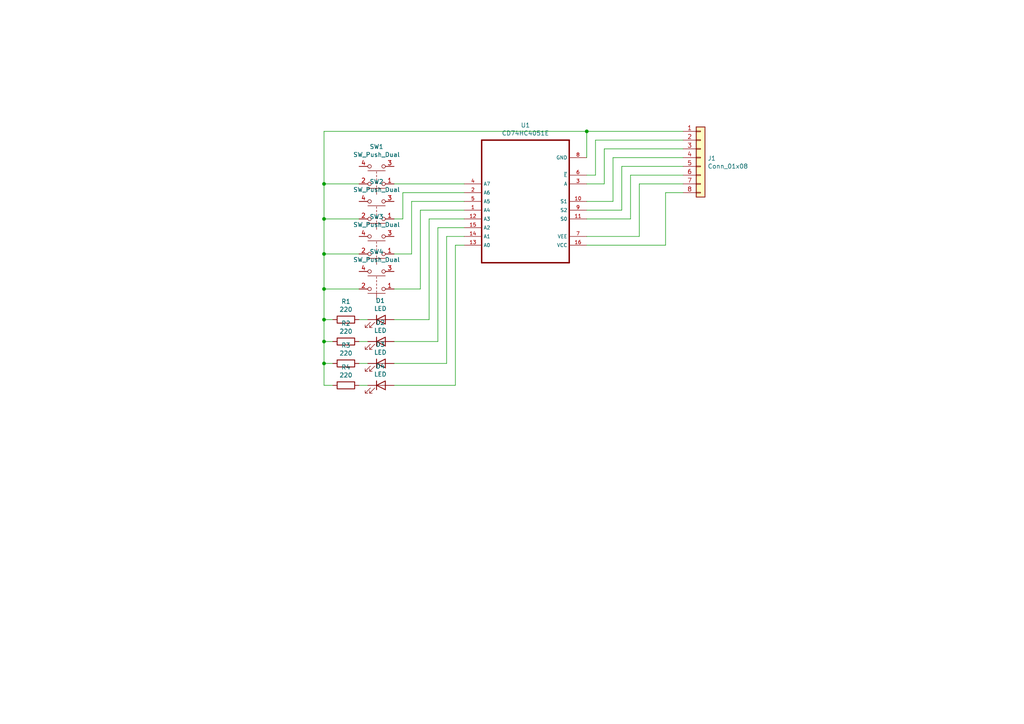
<source format=kicad_sch>
(kicad_sch (version 20200618) (host eeschema "(5.99.0-2196-g3d0e5736b)")
  (page 1 1)
  (paper "A4")
  (lib_symbols
    (symbol "Connector_Generic:Conn_01x08" (pin_names hide)
      (property "Reference" "J" (at 0 10.16 0))
      (property "Value" "Conn_01x08" (at 0 -12.7 0))
      (symbol "Conn_01x08_1_1"
        (rectangle (start -1.27 -4.953) (end 0 -5.207) (stroke (width 0.1524)))
        (rectangle (start -1.27 -7.493) (end 0 -7.747) (stroke (width 0.1524)))
        (rectangle (start -1.27 -10.033) (end 0 -10.287) (stroke (width 0.1524)))
        (rectangle (start -1.27 -2.413) (end 0 -2.667) (stroke (width 0.1524)))
        (rectangle (start -1.27 2.667) (end 0 2.413) (stroke (width 0.1524)))
        (rectangle (start -1.27 5.207) (end 0 4.953) (stroke (width 0.1524)))
        (rectangle (start -1.27 7.747) (end 0 7.493) (stroke (width 0.1524)))
        (rectangle (start -1.27 8.89) (end 1.27 -11.43) (stroke (width 0.254)) (fill (type background)))
        (rectangle (start -1.27 0.127) (end 0 -0.127) (stroke (width 0.1524)))
        (pin passive line (at -5.08 7.62 0) (length 3.81) (name "Pin_1") (number "1"))
        (pin passive line (at -5.08 5.08 0) (length 3.81) (name "Pin_2") (number "2"))
        (pin passive line (at -5.08 2.54 0) (length 3.81) (name "Pin_3") (number "3"))
        (pin passive line (at -5.08 0 0) (length 3.81) (name "Pin_4") (number "4"))
        (pin passive line (at -5.08 -2.54 0) (length 3.81) (name "Pin_5") (number "5"))
        (pin passive line (at -5.08 -5.08 0) (length 3.81) (name "Pin_6") (number "6"))
        (pin passive line (at -5.08 -7.62 0) (length 3.81) (name "Pin_7") (number "7"))
        (pin passive line (at -5.08 -10.16 0) (length 3.81) (name "Pin_8") (number "8"))
      )
    )
    (symbol "Device:LED" (pin_numbers hide) (pin_names hide)
      (property "Reference" "D" (at 0 2.54 0))
      (property "Value" "LED" (at 0 -2.54 0))
      (symbol "LED_0_1"
        (polyline (pts (xy -1.27 -1.27) (xy -1.27 1.27)) (stroke (width 0.254)))
        (polyline (pts (xy -1.27 0) (xy 1.27 0)))
        (polyline (pts (xy 1.27 -1.27) (xy 1.27 1.27) (xy -1.27 0) (xy 1.27 -1.27)) (stroke (width 0.254)))
        (polyline (pts (xy -3.048 -0.762) (xy -4.572 -2.286) (xy -3.81 -2.286) (xy -4.572 -2.286) (xy -4.572 -1.524)))
        (polyline (pts (xy -1.778 -0.762) (xy -3.302 -2.286) (xy -2.54 -2.286) (xy -3.302 -2.286) (xy -3.302 -1.524)))
      )
      (symbol "LED_1_1"
        (pin passive line (at -3.81 0 0) (length 2.54) (name "K") (number "1"))
        (pin passive line (at 3.81 0 180) (length 2.54) (name "A") (number "2"))
      )
    )
    (symbol "Device:R" (pin_numbers hide) (pin_names (offset 0))
      (property "Reference" "R" (at 2.032 0 90))
      (property "Value" "R" (at 0 0 90))
      (symbol "R_0_1"
        (rectangle (start -1.016 -2.54) (end 1.016 2.54) (stroke (width 0.254)))
      )
      (symbol "R_1_1"
        (pin passive line (at 0 3.81 270) (length 1.27) (name "~") (number "1"))
        (pin passive line (at 0 -3.81 90) (length 1.27) (name "~") (number "2"))
      )
    )
    (symbol "Switch:SW_Push_Dual" (pin_names hide)
      (property "Reference" "SW" (at 1.27 2.54 0))
      (property "Value" "SW_Push_Dual" (at 0 -6.858 0))
      (symbol "SW_Push_Dual_0_1"
        (circle (center -2.032 -5.08) (radius 0.508))
        (circle (center -2.032 0) (radius 0.508))
        (circle (center 2.032 -5.08) (radius 0.508))
        (circle (center 2.032 0) (radius 0.508))
        (polyline (pts (xy 0 -3.048) (xy 0 -3.556)))
        (polyline (pts (xy 0 -2.032) (xy 0 -2.54)))
        (polyline (pts (xy 0 -1.524) (xy 0 -1.016)))
        (polyline (pts (xy 0 -0.508) (xy 0 0)))
        (polyline (pts (xy 0 0.508) (xy 0 1.016)))
        (polyline (pts (xy 0 1.27) (xy 0 3.048)))
        (polyline (pts (xy 2.54 -3.81) (xy -2.54 -3.81)))
        (polyline (pts (xy 2.54 1.27) (xy -2.54 1.27)))
        (pin passive line (at -5.08 0 0) (length 2.54) (name "1") (number "1"))
        (pin passive line (at 5.08 0 180) (length 2.54) (name "2") (number "2"))
        (pin passive line (at -5.08 -5.08 0) (length 2.54) (name "3") (number "3"))
        (pin passive line (at 5.08 -5.08 180) (length 2.54) (name "4") (number "4"))
      )
    )
    (symbol "mux-control-rescue:CD74HC4051E-CD74HC4051E"
      (property "Reference" "U" (at -5.3594 16.9672 0))
      (property "Value" "CD74HC4051E-CD74HC4051E" (at -4.2164 -22.9108 0))
      (symbol "CD74HC4051E-CD74HC4051E_0_0"
        (polyline (pts (xy -12.7 -20.32) (xy 12.7 -20.32)) (stroke (width 0.4064)))
        (polyline (pts (xy -12.7 15.24) (xy -12.7 -20.32)) (stroke (width 0.4064)))
        (polyline (pts (xy 12.7 -20.32) (xy 12.7 15.24)) (stroke (width 0.4064)))
        (polyline (pts (xy 12.7 15.24) (xy -12.7 15.24)) (stroke (width 0.4064)))
        (pin bidirectional line (at 17.78 0 180) (length 5.08) (name "A4") (number "1"))
        (pin input line (at -17.78 -2.54 0) (length 5.08) (name "S1") (number "10"))
        (pin input line (at -17.78 2.54 0) (length 5.08) (name "S0") (number "11"))
        (pin bidirectional line (at 17.78 2.54 180) (length 5.08) (name "A3") (number "12"))
        (pin bidirectional line (at 17.78 10.16 180) (length 5.08) (name "A0") (number "13"))
        (pin bidirectional line (at 17.78 7.62 180) (length 5.08) (name "A1") (number "14"))
        (pin bidirectional line (at 17.78 5.08 180) (length 5.08) (name "A2") (number "15"))
        (pin power_in line (at -17.78 10.16 0) (length 5.08) (name "VCC") (number "16"))
        (pin bidirectional line (at 17.78 -5.08 180) (length 5.08) (name "A6") (number "2"))
        (pin bidirectional line (at -17.78 -7.62 0) (length 5.08) (name "A") (number "3"))
        (pin bidirectional line (at 17.78 -7.62 180) (length 5.08) (name "A7") (number "4"))
        (pin bidirectional line (at 17.78 -2.54 180) (length 5.08) (name "A5") (number "5"))
        (pin input line (at -17.78 -10.16 0) (length 5.08) (name "~E") (number "6"))
        (pin power_in line (at -17.78 7.62 0) (length 5.08) (name "VEE") (number "7"))
        (pin passive line (at -17.78 -15.24 0) (length 5.08) (name "GND") (number "8"))
        (pin input line (at -17.78 0 0) (length 5.08) (name "S2") (number "9"))
      )
    )
  )
  (junction (at 93.98 53.34))
  (junction (at 93.98 63.5))
  (junction (at 93.98 73.66))
  (junction (at 93.98 83.82))
  (junction (at 93.98 92.71))
  (junction (at 93.98 99.06))
  (junction (at 93.98 105.41))
  (junction (at 170.18 38.1))
  (wire (pts (xy 93.98 38.1) (xy 170.18 38.1)))
  (wire (pts (xy 93.98 53.34) (xy 93.98 38.1)))
  (wire (pts (xy 93.98 63.5) (xy 93.98 53.34)))
  (wire (pts (xy 93.98 73.66) (xy 93.98 63.5)))
  (wire (pts (xy 93.98 83.82) (xy 93.98 73.66)))
  (wire (pts (xy 93.98 92.71) (xy 93.98 83.82)))
  (wire (pts (xy 93.98 99.06) (xy 93.98 92.71)))
  (wire (pts (xy 93.98 105.41) (xy 93.98 99.06)))
  (wire (pts (xy 93.98 111.76) (xy 93.98 105.41)))
  (wire (pts (xy 96.52 92.71) (xy 93.98 92.71)))
  (wire (pts (xy 96.52 99.06) (xy 93.98 99.06)))
  (wire (pts (xy 96.52 105.41) (xy 93.98 105.41)))
  (wire (pts (xy 96.52 111.76) (xy 93.98 111.76)))
  (wire (pts (xy 104.14 53.34) (xy 93.98 53.34)))
  (wire (pts (xy 104.14 63.5) (xy 93.98 63.5)))
  (wire (pts (xy 104.14 73.66) (xy 93.98 73.66)))
  (wire (pts (xy 104.14 83.82) (xy 93.98 83.82)))
  (wire (pts (xy 106.68 92.71) (xy 104.14 92.71)))
  (wire (pts (xy 106.68 99.06) (xy 104.14 99.06)))
  (wire (pts (xy 106.68 105.41) (xy 104.14 105.41)))
  (wire (pts (xy 106.68 111.76) (xy 104.14 111.76)))
  (wire (pts (xy 114.3 53.34) (xy 134.62 53.34)))
  (wire (pts (xy 116.84 55.88) (xy 116.84 63.5)))
  (wire (pts (xy 116.84 55.88) (xy 134.62 55.88)))
  (wire (pts (xy 116.84 63.5) (xy 114.3 63.5)))
  (wire (pts (xy 119.38 58.42) (xy 119.38 73.66)))
  (wire (pts (xy 119.38 58.42) (xy 134.62 58.42)))
  (wire (pts (xy 119.38 73.66) (xy 114.3 73.66)))
  (wire (pts (xy 121.92 60.96) (xy 121.92 83.82)))
  (wire (pts (xy 121.92 60.96) (xy 134.62 60.96)))
  (wire (pts (xy 121.92 83.82) (xy 114.3 83.82)))
  (wire (pts (xy 124.46 63.5) (xy 124.46 92.71)))
  (wire (pts (xy 124.46 63.5) (xy 134.62 63.5)))
  (wire (pts (xy 124.46 92.71) (xy 114.3 92.71)))
  (wire (pts (xy 127 66.04) (xy 127 99.06)))
  (wire (pts (xy 127 66.04) (xy 134.62 66.04)))
  (wire (pts (xy 127 99.06) (xy 114.3 99.06)))
  (wire (pts (xy 129.54 68.58) (xy 129.54 105.41)))
  (wire (pts (xy 129.54 68.58) (xy 134.62 68.58)))
  (wire (pts (xy 129.54 105.41) (xy 114.3 105.41)))
  (wire (pts (xy 132.08 71.12) (xy 134.62 71.12)))
  (wire (pts (xy 132.08 111.76) (xy 114.3 111.76)))
  (wire (pts (xy 132.08 111.76) (xy 132.08 71.12)))
  (wire (pts (xy 170.18 38.1) (xy 198.12 38.1)))
  (wire (pts (xy 170.18 45.72) (xy 170.18 38.1)))
  (wire (pts (xy 172.72 40.64) (xy 172.72 50.8)))
  (wire (pts (xy 172.72 50.8) (xy 170.18 50.8)))
  (wire (pts (xy 175.26 43.18) (xy 175.26 53.34)))
  (wire (pts (xy 175.26 43.18) (xy 198.12 43.18)))
  (wire (pts (xy 175.26 53.34) (xy 170.18 53.34)))
  (wire (pts (xy 177.8 45.72) (xy 177.8 58.42)))
  (wire (pts (xy 177.8 45.72) (xy 198.12 45.72)))
  (wire (pts (xy 177.8 58.42) (xy 170.18 58.42)))
  (wire (pts (xy 180.34 48.26) (xy 180.34 60.96)))
  (wire (pts (xy 180.34 48.26) (xy 198.12 48.26)))
  (wire (pts (xy 180.34 60.96) (xy 170.18 60.96)))
  (wire (pts (xy 182.88 50.8) (xy 182.88 63.5)))
  (wire (pts (xy 182.88 50.8) (xy 198.12 50.8)))
  (wire (pts (xy 182.88 63.5) (xy 170.18 63.5)))
  (wire (pts (xy 185.42 53.34) (xy 185.42 68.58)))
  (wire (pts (xy 185.42 53.34) (xy 198.12 53.34)))
  (wire (pts (xy 185.42 68.58) (xy 170.18 68.58)))
  (wire (pts (xy 193.04 55.88) (xy 193.04 71.12)))
  (wire (pts (xy 193.04 71.12) (xy 170.18 71.12)))
  (wire (pts (xy 198.12 40.64) (xy 172.72 40.64)))
  (wire (pts (xy 198.12 55.88) (xy 193.04 55.88)))
  (symbol (lib_id "Device:R") (at 100.33 92.71 270) (unit 1)
    (property "Reference" "R1" (at 100.33 87.4522 90))
    (property "Value" "220" (at 100.33 89.7636 90))
    (property "Footprint" "Resistor_THT:R_Axial_DIN0207_L6.3mm_D2.5mm_P10.16mm_Horizontal" (effects hide))
  )
  (symbol (lib_id "Device:R") (at 100.33 99.06 270) (unit 1)
    (property "Reference" "R2" (at 100.33 93.8022 90))
    (property "Value" "220" (at 100.33 96.1136 90))
    (property "Footprint" "Resistor_THT:R_Axial_DIN0207_L6.3mm_D2.5mm_P10.16mm_Horizontal" (effects hide))
  )
  (symbol (lib_id "Device:R") (at 100.33 105.41 270) (unit 1)
    (property "Reference" "R3" (at 100.33 100.1522 90))
    (property "Value" "220" (at 100.33 102.4636 90))
    (property "Footprint" "Resistor_THT:R_Axial_DIN0207_L6.3mm_D2.5mm_P10.16mm_Horizontal" (effects hide))
  )
  (symbol (lib_id "Device:R") (at 100.33 111.76 270) (unit 1)
    (property "Reference" "R4" (at 100.33 106.5022 90))
    (property "Value" "220" (at 100.33 108.8136 90))
    (property "Footprint" "Resistor_THT:R_Axial_DIN0207_L6.3mm_D2.5mm_P10.16mm_Horizontal" (effects hide))
  )
  (symbol (lib_id "Device:LED") (at 110.49 92.71 0) (unit 1)
    (property "Reference" "D1" (at 110.3122 87.1982 0))
    (property "Value" "LED" (at 110.3122 89.5096 0))
    (property "Footprint" "LED_THT:LED_D4.0mm" (effects hide))
  )
  (symbol (lib_id "Device:LED") (at 110.49 99.06 0) (unit 1)
    (property "Reference" "D2" (at 110.3122 93.5482 0))
    (property "Value" "LED" (at 110.3122 95.8596 0))
    (property "Footprint" "LED_THT:LED_D4.0mm" (effects hide))
  )
  (symbol (lib_id "Device:LED") (at 110.49 105.41 0) (unit 1)
    (property "Reference" "D3" (at 110.3122 99.8982 0))
    (property "Value" "LED" (at 110.3122 102.2096 0))
    (property "Footprint" "LED_THT:LED_D4.0mm" (effects hide))
  )
  (symbol (lib_id "Device:LED") (at 110.49 111.76 0) (unit 1)
    (property "Reference" "D4" (at 110.3122 106.2482 0))
    (property "Value" "LED" (at 110.3122 108.5596 0))
    (property "Footprint" "LED_THT:LED_D4.0mm" (effects hide))
  )
  (symbol (lib_id "Switch:SW_Push_Dual") (at 109.22 53.34 180) (unit 1)
    (property "Reference" "SW1" (at 109.22 42.545 0))
    (property "Value" "SW_Push_Dual" (at 109.22 44.8564 0))
    (property "Footprint" "Button_Switch_THT:SW_PUSH_6mm_H4.3mm" (effects hide))
  )
  (symbol (lib_id "Switch:SW_Push_Dual") (at 109.22 63.5 180) (unit 1)
    (property "Reference" "SW2" (at 109.22 52.705 0))
    (property "Value" "SW_Push_Dual" (at 109.22 55.0164 0))
    (property "Footprint" "Button_Switch_THT:SW_PUSH_6mm_H4.3mm" (effects hide))
  )
  (symbol (lib_id "Switch:SW_Push_Dual") (at 109.22 73.66 180) (unit 1)
    (property "Reference" "SW3" (at 109.22 62.865 0))
    (property "Value" "SW_Push_Dual" (at 109.22 65.1764 0))
    (property "Footprint" "Button_Switch_THT:SW_PUSH_6mm_H4.3mm" (effects hide))
  )
  (symbol (lib_id "Switch:SW_Push_Dual") (at 109.22 83.82 180) (unit 1)
    (property "Reference" "SW4" (at 109.22 73.025 0))
    (property "Value" "SW_Push_Dual" (at 109.22 75.3364 0))
    (property "Footprint" "Button_Switch_THT:SW_PUSH_6mm_H4.3mm" (effects hide))
  )
  (symbol (lib_id "Connector_Generic:Conn_01x08") (at 203.2 45.72 0) (unit 1)
    (property "Reference" "J1" (at 205.232 45.9232 0) (effects (justify left)))
    (property "Value" "Conn_01x08" (at 205.232 48.2346 0) (effects (justify left)))
    (property "Footprint" "Connector_PinHeader_2.54mm:PinHeader_1x08_P2.54mm_Vertical" (effects hide))
  )
  (symbol (lib_id "mux-control-rescue:CD74HC4051E-CD74HC4051E") (at 152.4 60.96 180) (unit 1)
    (property "Reference" "U1" (at 152.4 36.322 0))
    (property "Value" "CD74HC4051E" (at 152.4 38.6334 0))
    (property "Footprint" "CD74HC4051E:DIP254P762X508-16" (effects hide))
    (property "Datasheet" "PDIP-16" (effects hide))
    (property "Field4" "64K3094" (effects hide))
    (property "Field5" "-" (effects hide))
    (property "Field6" "CD74HC4051E" (effects hide))
    (property "Field7" "Texas Instruments" (effects hide))
  )
)
</source>
